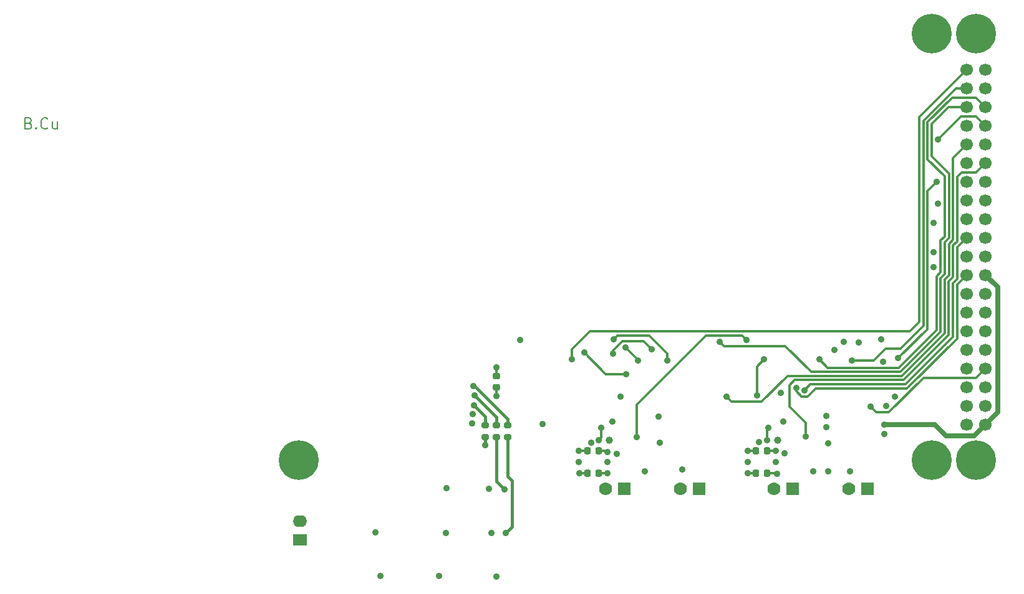
<source format=gbr>
%TF.GenerationSoftware,KiCad,Pcbnew,8.0.3-8.0.3-0~ubuntu22.04.1*%
%TF.CreationDate,2024-07-14T14:24:35-07:00*%
%TF.ProjectId,NX-IndicatorBoard,4e582d49-6e64-4696-9361-746f72426f61,2*%
%TF.SameCoordinates,Original*%
%TF.FileFunction,Copper,L4,Bot*%
%TF.FilePolarity,Positive*%
%FSLAX46Y46*%
G04 Gerber Fmt 4.6, Leading zero omitted, Abs format (unit mm)*
G04 Created by KiCad (PCBNEW 8.0.3-8.0.3-0~ubuntu22.04.1) date 2024-07-14 14:24:35*
%MOMM*%
%LPD*%
G01*
G04 APERTURE LIST*
G04 Aperture macros list*
%AMRoundRect*
0 Rectangle with rounded corners*
0 $1 Rounding radius*
0 $2 $3 $4 $5 $6 $7 $8 $9 X,Y pos of 4 corners*
0 Add a 4 corners polygon primitive as box body*
4,1,4,$2,$3,$4,$5,$6,$7,$8,$9,$2,$3,0*
0 Add four circle primitives for the rounded corners*
1,1,$1+$1,$2,$3*
1,1,$1+$1,$4,$5*
1,1,$1+$1,$6,$7*
1,1,$1+$1,$8,$9*
0 Add four rect primitives between the rounded corners*
20,1,$1+$1,$2,$3,$4,$5,0*
20,1,$1+$1,$4,$5,$6,$7,0*
20,1,$1+$1,$6,$7,$8,$9,0*
20,1,$1+$1,$8,$9,$2,$3,0*%
G04 Aperture macros list end*
%ADD10C,0.187500*%
%TA.AperFunction,NonConductor*%
%ADD11C,0.187500*%
%TD*%
%TA.AperFunction,ComponentPad*%
%ADD12C,1.000000*%
%TD*%
%TA.AperFunction,ComponentPad*%
%ADD13C,1.700000*%
%TD*%
%TA.AperFunction,ComponentPad*%
%ADD14R,1.778000X1.778000*%
%TD*%
%TA.AperFunction,ComponentPad*%
%ADD15C,1.778000*%
%TD*%
%TA.AperFunction,ComponentPad*%
%ADD16C,5.400000*%
%TD*%
%TA.AperFunction,SMDPad,CuDef*%
%ADD17RoundRect,0.225000X-0.225000X-0.250000X0.225000X-0.250000X0.225000X0.250000X-0.225000X0.250000X0*%
%TD*%
%TA.AperFunction,ComponentPad*%
%ADD18R,1.905000X1.600200*%
%TD*%
%TA.AperFunction,ComponentPad*%
%ADD19O,1.905000X1.600200*%
%TD*%
%TA.AperFunction,SMDPad,CuDef*%
%ADD20RoundRect,0.200000X0.275000X-0.200000X0.275000X0.200000X-0.275000X0.200000X-0.275000X-0.200000X0*%
%TD*%
%TA.AperFunction,SMDPad,CuDef*%
%ADD21RoundRect,0.225000X0.250000X-0.225000X0.250000X0.225000X-0.250000X0.225000X-0.250000X-0.225000X0*%
%TD*%
%TA.AperFunction,ViaPad*%
%ADD22C,0.889000*%
%TD*%
%TA.AperFunction,Conductor*%
%ADD23C,0.304800*%
%TD*%
%TA.AperFunction,Conductor*%
%ADD24C,0.635000*%
%TD*%
%TA.AperFunction,Conductor*%
%ADD25C,0.381000*%
%TD*%
G04 APERTURE END LIST*
D10*
D11*
X29377697Y-63155964D02*
X29591983Y-63227392D01*
X29591983Y-63227392D02*
X29663412Y-63298821D01*
X29663412Y-63298821D02*
X29734840Y-63441678D01*
X29734840Y-63441678D02*
X29734840Y-63655964D01*
X29734840Y-63655964D02*
X29663412Y-63798821D01*
X29663412Y-63798821D02*
X29591983Y-63870250D01*
X29591983Y-63870250D02*
X29449126Y-63941678D01*
X29449126Y-63941678D02*
X28877697Y-63941678D01*
X28877697Y-63941678D02*
X28877697Y-62441678D01*
X28877697Y-62441678D02*
X29377697Y-62441678D01*
X29377697Y-62441678D02*
X29520555Y-62513107D01*
X29520555Y-62513107D02*
X29591983Y-62584535D01*
X29591983Y-62584535D02*
X29663412Y-62727392D01*
X29663412Y-62727392D02*
X29663412Y-62870250D01*
X29663412Y-62870250D02*
X29591983Y-63013107D01*
X29591983Y-63013107D02*
X29520555Y-63084535D01*
X29520555Y-63084535D02*
X29377697Y-63155964D01*
X29377697Y-63155964D02*
X28877697Y-63155964D01*
X30377697Y-63798821D02*
X30449126Y-63870250D01*
X30449126Y-63870250D02*
X30377697Y-63941678D01*
X30377697Y-63941678D02*
X30306269Y-63870250D01*
X30306269Y-63870250D02*
X30377697Y-63798821D01*
X30377697Y-63798821D02*
X30377697Y-63941678D01*
X31949126Y-63798821D02*
X31877698Y-63870250D01*
X31877698Y-63870250D02*
X31663412Y-63941678D01*
X31663412Y-63941678D02*
X31520555Y-63941678D01*
X31520555Y-63941678D02*
X31306269Y-63870250D01*
X31306269Y-63870250D02*
X31163412Y-63727392D01*
X31163412Y-63727392D02*
X31091983Y-63584535D01*
X31091983Y-63584535D02*
X31020555Y-63298821D01*
X31020555Y-63298821D02*
X31020555Y-63084535D01*
X31020555Y-63084535D02*
X31091983Y-62798821D01*
X31091983Y-62798821D02*
X31163412Y-62655964D01*
X31163412Y-62655964D02*
X31306269Y-62513107D01*
X31306269Y-62513107D02*
X31520555Y-62441678D01*
X31520555Y-62441678D02*
X31663412Y-62441678D01*
X31663412Y-62441678D02*
X31877698Y-62513107D01*
X31877698Y-62513107D02*
X31949126Y-62584535D01*
X33234841Y-62941678D02*
X33234841Y-63941678D01*
X32591983Y-62941678D02*
X32591983Y-63727392D01*
X32591983Y-63727392D02*
X32663412Y-63870250D01*
X32663412Y-63870250D02*
X32806269Y-63941678D01*
X32806269Y-63941678D02*
X33020555Y-63941678D01*
X33020555Y-63941678D02*
X33163412Y-63870250D01*
X33163412Y-63870250D02*
X33234841Y-63798821D01*
D12*
%TO.P,TP1,1,1*%
%TO.N,Net-(U2-CLKO{slash}SOF)*%
X108204000Y-106299000D03*
%TD*%
D13*
%TO.P,J1,1,Pin_1*%
%TO.N,+3V3*%
X159270000Y-104130000D03*
%TO.P,J1,2,Pin_2*%
%TO.N,+5V*%
X156730000Y-104130000D03*
%TO.P,J1,3,Pin_3*%
%TO.N,/I2C1_SDA*%
X159270000Y-101590000D03*
%TO.P,J1,4,Pin_4*%
%TO.N,+5V*%
X156730000Y-101590000D03*
%TO.P,J1,5,Pin_5*%
%TO.N,/I2C1_SCL*%
X159270000Y-99050000D03*
%TO.P,J1,6,Pin_6*%
%TO.N,GND*%
X156730000Y-99050000D03*
%TO.P,J1,7,Pin_7*%
%TO.N,/GPIO09*%
X159270000Y-96510000D03*
%TO.P,J1,8,Pin_8*%
%TO.N,/UART1_TXD*%
X156730000Y-96510000D03*
%TO.P,J1,9,Pin_9*%
%TO.N,GND*%
X159270000Y-93970000D03*
%TO.P,J1,10,Pin_10*%
%TO.N,/UART1_RXD*%
X156730000Y-93970000D03*
%TO.P,J1,11,Pin_11*%
%TO.N,/UART1_RTS*%
X159270000Y-91430000D03*
%TO.P,J1,12,Pin_12*%
%TO.N,/I2S0_SCLK*%
X156730000Y-91430000D03*
%TO.P,J1,13,Pin_13*%
%TO.N,/SPI1_SCK*%
X159270000Y-88890000D03*
%TO.P,J1,14,Pin_14*%
%TO.N,GND*%
X156730000Y-88890000D03*
%TO.P,J1,15,Pin_15*%
%TO.N,/GPIO12*%
X159270000Y-86350000D03*
%TO.P,J1,16,Pin_16*%
%TO.N,/SPI1_CS1*%
X156730000Y-86350000D03*
%TO.P,J1,17,Pin_17*%
%TO.N,+3V3*%
X159270000Y-83810000D03*
%TO.P,J1,18,Pin_18*%
%TO.N,/SPI1_CS0*%
X156730000Y-83810000D03*
%TO.P,J1,19,Pin_19*%
%TO.N,/SPI0_MOSI*%
X159270000Y-81270000D03*
%TO.P,J1,20,Pin_20*%
%TO.N,GND*%
X156730000Y-81270000D03*
%TO.P,J1,21,Pin_21*%
%TO.N,/SPI0_MISO*%
X159270000Y-78730000D03*
%TO.P,J1,22,Pin_22*%
%TO.N,/SPI1_MISO*%
X156730000Y-78730000D03*
%TO.P,J1,23,Pin_23*%
%TO.N,/SPI0_SCK*%
X159270000Y-76190000D03*
%TO.P,J1,24,Pin_24*%
%TO.N,/SPI0_CS0*%
X156730000Y-76190000D03*
%TO.P,J1,25,Pin_25*%
%TO.N,GND*%
X159270000Y-73650000D03*
%TO.P,J1,26,Pin_26*%
%TO.N,/SPI0_CS1*%
X156730000Y-73650000D03*
%TO.P,J1,27,Pin_27*%
%TO.N,/I2C0_SDA*%
X159270000Y-71110000D03*
%TO.P,J1,28,Pin_28*%
%TO.N,/I2C0_SCL*%
X156730000Y-71110000D03*
%TO.P,J1,29,Pin_29*%
%TO.N,/GPIO01*%
X159270000Y-68570000D03*
%TO.P,J1,30,Pin_30*%
%TO.N,GND*%
X156730000Y-68570000D03*
%TO.P,J1,31,Pin_31*%
%TO.N,/GPIO11*%
X159270000Y-66030000D03*
%TO.P,J1,32,Pin_32*%
%TO.N,/GPIO07*%
X156730000Y-66030000D03*
%TO.P,J1,33,Pin_33*%
%TO.N,/GPIO13*%
X159270000Y-63490000D03*
%TO.P,J1,34,Pin_34*%
%TO.N,GND*%
X156730000Y-63490000D03*
%TO.P,J1,35,Pin_35*%
%TO.N,/I2S0_FS*%
X159270000Y-60950000D03*
%TO.P,J1,36,Pin_36*%
%TO.N,/UART1_CTS*%
X156730000Y-60950000D03*
%TO.P,J1,37,Pin_37*%
%TO.N,/SPI1_MOSI*%
X159270000Y-58410000D03*
%TO.P,J1,38,Pin_38*%
%TO.N,/I2S0_DIN*%
X156730000Y-58410000D03*
%TO.P,J1,39,Pin_39*%
%TO.N,GND*%
X159270000Y-55870000D03*
%TO.P,J1,40,Pin_40*%
%TO.N,/I2S0_DOUT*%
X156730000Y-55870000D03*
%TD*%
D14*
%TO.P,J2,1,Pin_1*%
%TO.N,/CAN1_L*%
X110236000Y-112903000D03*
D15*
%TO.P,J2,2,Pin_2*%
%TO.N,/CAN1_H*%
X107696000Y-112903000D03*
%TD*%
D12*
%TO.P,TP2,1,1*%
%TO.N,Net-(U3-CLKO{slash}SOF)*%
X131064000Y-106299000D03*
%TD*%
D16*
%TO.P,H2,1*%
%TO.N,N/C*%
X158000000Y-51000000D03*
%TD*%
D14*
%TO.P,J5,1,Pin_1*%
%TO.N,/CAN2_L*%
X143230600Y-112903000D03*
D15*
%TO.P,J5,2,Pin_2*%
%TO.N,/CAN2_H*%
X140690600Y-112903000D03*
%TD*%
D16*
%TO.P,H1,1*%
%TO.N,N/C*%
X152000000Y-51000000D03*
%TD*%
%TO.P,H4,1*%
%TO.N,N/C*%
X152000000Y-109000000D03*
%TD*%
%TO.P,H3,1*%
%TO.N,N/C*%
X66000000Y-109000000D03*
%TD*%
%TO.P,H5,1*%
%TO.N,N/C*%
X158000000Y-109000000D03*
%TD*%
D14*
%TO.P,J3,1,Pin_1*%
%TO.N,/CAN1_L*%
X120396000Y-112903000D03*
D15*
%TO.P,J3,2,Pin_2*%
%TO.N,/CAN1_H*%
X117856000Y-112903000D03*
%TD*%
D14*
%TO.P,J4,1,Pin_1*%
%TO.N,/CAN2_L*%
X133096000Y-112903000D03*
D15*
%TO.P,J4,2,Pin_2*%
%TO.N,/CAN2_H*%
X130556000Y-112903000D03*
%TD*%
D17*
%TO.P,C7,1*%
%TO.N,+5V*%
X105219200Y-107746800D03*
%TO.P,C7,2*%
%TO.N,GND*%
X106769200Y-107746800D03*
%TD*%
D18*
%TO.P,J6,1,Pin_1*%
%TO.N,/NX_PC_LED-*%
X66217800Y-119786400D03*
D19*
%TO.P,J6,2,Pin_2*%
%TO.N,/NX_PC_LED+*%
X66217800Y-117246400D03*
%TD*%
D20*
%TO.P,R8,1*%
%TO.N,Net-(D5-A)*%
X91338400Y-105854000D03*
%TO.P,R8,2*%
%TO.N,Net-(U1-B0)*%
X91338400Y-104204000D03*
%TD*%
D17*
%TO.P,C6,1*%
%TO.N,+5V*%
X128079200Y-107746800D03*
%TO.P,C6,2*%
%TO.N,GND*%
X129629200Y-107746800D03*
%TD*%
%TO.P,C9,1*%
%TO.N,+3V3*%
X105219200Y-110794800D03*
%TO.P,C9,2*%
%TO.N,GND*%
X106769200Y-110794800D03*
%TD*%
D20*
%TO.P,R6,1*%
%TO.N,Net-(D11-A)*%
X94386400Y-105854000D03*
%TO.P,R6,2*%
%TO.N,Net-(U1-B2)*%
X94386400Y-104204000D03*
%TD*%
D21*
%TO.P,C5,1*%
%TO.N,+3V3*%
X92862400Y-99073000D03*
%TO.P,C5,2*%
%TO.N,GND*%
X92862400Y-97523000D03*
%TD*%
D17*
%TO.P,C8,1*%
%TO.N,+3V3*%
X128079200Y-110794800D03*
%TO.P,C8,2*%
%TO.N,GND*%
X129629200Y-110794800D03*
%TD*%
D20*
%TO.P,R7,1*%
%TO.N,Net-(D8-A)*%
X92862400Y-105854000D03*
%TO.P,R7,2*%
%TO.N,Net-(U1-B1)*%
X92862400Y-104204000D03*
%TD*%
D22*
%TO.N,+3V3*%
X137922000Y-106680000D03*
X104140000Y-110744000D03*
X145542000Y-105410000D03*
X131470400Y-99820428D03*
X109169200Y-108127800D03*
X109677200Y-100355400D03*
X92862400Y-100253800D03*
X145542000Y-104140000D03*
X131953000Y-108077000D03*
X89585800Y-104013000D03*
X126974600Y-110794800D03*
X115062000Y-106629200D03*
%TO.N,GND*%
X89636600Y-102743000D03*
X92202000Y-118897400D03*
X118110000Y-110286800D03*
X130759200Y-109220000D03*
X130784600Y-107721400D03*
X114884200Y-103047800D03*
X92887800Y-124815600D03*
X107899200Y-109194600D03*
X76428600Y-118770400D03*
X113030000Y-110515400D03*
X135890000Y-110490000D03*
X107924600Y-107848400D03*
X137668000Y-104521000D03*
X86106000Y-112826800D03*
X137668000Y-102997000D03*
X108610400Y-103697600D03*
X77139800Y-124688600D03*
X91833764Y-112877600D03*
X107924600Y-110794800D03*
X92862400Y-96367600D03*
X140868400Y-110490000D03*
X104063800Y-109220000D03*
X85979000Y-118897400D03*
X96113600Y-92608400D03*
X131851400Y-103697600D03*
X126949200Y-109220000D03*
X130962400Y-110820200D03*
X85039200Y-124688600D03*
X99110800Y-104038400D03*
X137922000Y-110490000D03*
%TO.N,+5V*%
X126949200Y-107696000D03*
X105695540Y-106599768D03*
X104063800Y-107746800D03*
X128524000Y-106553000D03*
%TO.N,Net-(D11-A)*%
X94132400Y-118922800D03*
%TO.N,Net-(D5-A)*%
X91338400Y-106984800D03*
%TO.N,Net-(D8-A)*%
X93954600Y-112928400D03*
%TO.N,/GPIO09*%
X111884613Y-105838916D03*
X126837460Y-92608400D03*
X143662400Y-101701600D03*
%TO.N,/UART1_TXD*%
X138756424Y-94034576D03*
%TO.N,/UART1_RXD*%
X140030200Y-92887800D03*
%TO.N,/UART1_RTS*%
X142087600Y-93006164D03*
X108712000Y-94488000D03*
X113919000Y-93878400D03*
%TO.N,/I2S0_SCLK*%
X110358222Y-93645022D03*
X112090200Y-95453200D03*
X145110200Y-92532200D03*
%TO.N,/GPIO12*%
X129184400Y-95288100D03*
X128232760Y-100190300D03*
%TO.N,/SPI0_MOSI*%
X152234900Y-82727800D03*
%TO.N,/SPI0_MISO*%
X152234900Y-80721200D03*
%TO.N,/SPI1_MISO*%
X134654054Y-99496128D03*
%TO.N,/SPI0_SCK*%
X152815700Y-74076667D03*
%TO.N,/SPI1_CS0*%
X133550159Y-99199700D03*
%TO.N,/GPIO01*%
X134902006Y-105740633D03*
%TO.N,/GPIO11*%
X152679400Y-71120000D03*
X147400978Y-95127778D03*
X146964400Y-100317300D03*
%TO.N,/GPIO07*%
X124129800Y-100342700D03*
%TO.N,/GPIO13*%
X145364200Y-95567500D03*
X145745200Y-101612700D03*
X152793700Y-65354200D03*
%TO.N,/I2S0_FS*%
X104805988Y-94341188D03*
X110464600Y-97256600D03*
X136696450Y-95262700D03*
%TO.N,/UART1_CTS*%
X123190000Y-92887800D03*
%TO.N,/I2S0_DIN*%
X108762800Y-92557600D03*
X116027200Y-95427800D03*
X141097000Y-95427800D03*
%TO.N,/I2S0_DOUT*%
X103149400Y-95224600D03*
%TO.N,/SPI0_CS0*%
X152234900Y-76733400D03*
%TO.N,Net-(U1-B2)*%
X89763600Y-98907600D03*
%TO.N,Net-(U1-B1)*%
X89890600Y-100152200D03*
%TO.N,Net-(U1-B0)*%
X89789000Y-101498400D03*
%TO.N,/SPI-CAN-FD1/CANTX*%
X106781600Y-106243500D03*
X107111800Y-104541700D03*
%TO.N,/SPI-CAN-FD2/CANTX*%
X129624300Y-106243500D03*
X129743200Y-104541700D03*
%TD*%
D23*
%TO.N,+3V3*%
X104140000Y-110744000D02*
X105168400Y-110744000D01*
X92862400Y-99073000D02*
X92862400Y-100253800D01*
D24*
X157736000Y-105664000D02*
X153924000Y-105664000D01*
X159270000Y-104130000D02*
X157736000Y-105664000D01*
X160909000Y-102491000D02*
X160909000Y-85449000D01*
X160909000Y-85449000D02*
X159270000Y-83810000D01*
X159270000Y-104130000D02*
X160909000Y-102491000D01*
D23*
X105168400Y-110744000D02*
X105219200Y-110794800D01*
X128079200Y-110794800D02*
X126974600Y-110794800D01*
D24*
X153924000Y-105664000D02*
X152400000Y-104140000D01*
X152400000Y-104140000D02*
X145542000Y-104140000D01*
D23*
%TO.N,GND*%
X107823000Y-107746800D02*
X107924600Y-107848400D01*
X106769200Y-110794800D02*
X107924600Y-110794800D01*
X130759200Y-107746800D02*
X130784600Y-107721400D01*
X129629200Y-110794800D02*
X130937000Y-110794800D01*
X106769200Y-107746800D02*
X107823000Y-107746800D01*
X129629200Y-107746800D02*
X130759200Y-107746800D01*
X92862400Y-97523000D02*
X92862400Y-96367600D01*
X130937000Y-110794800D02*
X130962400Y-110820200D01*
%TO.N,+5V*%
X128079200Y-107746800D02*
X127000000Y-107746800D01*
X105219200Y-107746800D02*
X104063800Y-107746800D01*
X127000000Y-107746800D02*
X126949200Y-107696000D01*
D25*
%TO.N,Net-(D11-A)*%
X94386400Y-111150400D02*
X94386400Y-105854000D01*
X95021400Y-111785400D02*
X94386400Y-111150400D01*
X95021400Y-118033800D02*
X95021400Y-111785400D01*
X94132400Y-118922800D02*
X95021400Y-118033800D01*
%TO.N,Net-(D5-A)*%
X91338400Y-105854000D02*
X91338400Y-106984800D01*
%TO.N,Net-(D8-A)*%
X92862400Y-111836200D02*
X92862400Y-105854000D01*
X93954600Y-112928400D02*
X92862400Y-111836200D01*
D23*
%TO.N,/GPIO09*%
X121314464Y-92020136D02*
X111884613Y-101449987D01*
X143662400Y-101701600D02*
X144424400Y-102463600D01*
X111884613Y-101449987D02*
X111884613Y-105838916D01*
X144424400Y-102463600D02*
X146157325Y-102463600D01*
X126837460Y-92608400D02*
X126249196Y-92020136D01*
X126249196Y-92020136D02*
X121314464Y-92020136D01*
X146157325Y-102463600D02*
X150854525Y-97766400D01*
X158013600Y-97766400D02*
X159270000Y-96510000D01*
X150854525Y-97766400D02*
X158013600Y-97766400D01*
%TO.N,/UART1_RTS*%
X109999478Y-92794122D02*
X112834722Y-92794122D01*
X112834722Y-92794122D02*
X113919000Y-93878400D01*
X108712000Y-94488000D02*
X108712000Y-94081600D01*
X108712000Y-94081600D02*
X109999478Y-92794122D01*
%TO.N,/I2S0_SCLK*%
X112090200Y-95377000D02*
X110358222Y-93645022D01*
X112090200Y-95453200D02*
X112090200Y-95377000D01*
%TO.N,/GPIO12*%
X128232760Y-96239740D02*
X128232760Y-100190300D01*
X129184400Y-95288100D02*
X128232760Y-96239740D01*
%TO.N,/SPI1_MISO*%
X155422600Y-80037400D02*
X156730000Y-78730000D01*
X154838400Y-92202000D02*
X154838400Y-84911337D01*
X155422600Y-84327137D02*
X155422600Y-80037400D01*
X148386800Y-98653600D02*
X154838400Y-92202000D01*
X154838400Y-84911337D02*
X155422600Y-84327137D01*
X135496582Y-98653600D02*
X148386800Y-98653600D01*
X134654054Y-99496128D02*
X135496582Y-98653600D01*
%TO.N,/SPI1_CS0*%
X133550159Y-99199700D02*
X133550159Y-99595588D01*
X148618262Y-99212400D02*
X148945600Y-98885062D01*
X136220200Y-99212400D02*
X148618262Y-99212400D01*
X155397200Y-92433463D02*
X155397200Y-85142800D01*
X148945601Y-98885062D02*
X155397200Y-92433463D01*
X135085572Y-100347028D02*
X136220200Y-99212400D01*
X133550159Y-99595588D02*
X134301599Y-100347028D01*
X134301599Y-100347028D02*
X135085572Y-100347028D01*
X148945600Y-98885062D02*
X148945601Y-98885062D01*
X155397200Y-85142800D02*
X156730000Y-83810000D01*
%TO.N,/GPIO01*%
X154863800Y-79805937D02*
X155422600Y-79247137D01*
X155422600Y-70459600D02*
X156055800Y-69826400D01*
X158013600Y-69826400D02*
X159270000Y-68570000D01*
X132664200Y-98806000D02*
X133375400Y-98094800D01*
X154279600Y-91970538D02*
X154279600Y-84679874D01*
X148155338Y-98094800D02*
X154279600Y-91970538D01*
X132664200Y-101660355D02*
X132664200Y-98806000D01*
X154279600Y-84679874D02*
X154863800Y-84095674D01*
X154863800Y-84095674D02*
X154863800Y-79805937D01*
X134902006Y-103898161D02*
X132664200Y-101660355D01*
X133375400Y-98094800D02*
X148155338Y-98094800D01*
X134902006Y-105740633D02*
X134902006Y-103898161D01*
X155422600Y-79247137D02*
X155422600Y-70459600D01*
X156055800Y-69826400D02*
X158013600Y-69826400D01*
%TO.N,/GPIO11*%
X147416822Y-95127778D02*
X147400978Y-95127778D01*
X151384000Y-91160600D02*
X147416822Y-95127778D01*
X152679400Y-71120000D02*
X151384000Y-72415400D01*
X151384000Y-72415400D02*
X151384000Y-91160600D01*
%TO.N,/GPIO07*%
X124129800Y-100342700D02*
X124828300Y-101041200D01*
X154863800Y-79015674D02*
X154863800Y-67896200D01*
X128882797Y-101041200D02*
X132387997Y-97536000D01*
X124828300Y-101041200D02*
X128882797Y-101041200D01*
X132387997Y-97536000D02*
X147923876Y-97536000D01*
X153720800Y-84448411D02*
X154305000Y-83864211D01*
X153720800Y-91739076D02*
X153720800Y-84448411D01*
X154305000Y-83864211D02*
X154305000Y-79574474D01*
X147923876Y-97536000D02*
X153720800Y-91739076D01*
X154305000Y-79574474D02*
X154863800Y-79015674D01*
X154863800Y-67896200D02*
X156730000Y-66030000D01*
%TO.N,/GPIO13*%
X158013600Y-62233600D02*
X159270000Y-63490000D01*
X152793700Y-65354200D02*
X155914300Y-62233600D01*
X155914300Y-62233600D02*
X158013600Y-62233600D01*
%TO.N,/I2S0_FS*%
X137852150Y-96418400D02*
X147460952Y-96418400D01*
X104805988Y-94366588D02*
X104805988Y-94341188D01*
X151384000Y-68046600D02*
X151384000Y-63042800D01*
X151384000Y-63042800D02*
X154733200Y-59693600D01*
X107696000Y-97256600D02*
X104805988Y-94366588D01*
X136696450Y-95262700D02*
X137852150Y-96418400D01*
X153187400Y-83401285D02*
X153187400Y-79111548D01*
X152603200Y-91276152D02*
X152603200Y-83985485D01*
X147460952Y-96418400D02*
X152603200Y-91276152D01*
X153187400Y-79111548D02*
X153746200Y-78552748D01*
X154733200Y-59693600D02*
X158013600Y-59693600D01*
X158013600Y-59693600D02*
X159270000Y-60950000D01*
X153746200Y-78552748D02*
X153746200Y-70408800D01*
X110464600Y-97256600D02*
X107696000Y-97256600D01*
X152603200Y-83985485D02*
X153187400Y-83401285D01*
X153746200Y-70408800D02*
X151384000Y-68046600D01*
%TO.N,/UART1_CTS*%
X151942800Y-67640200D02*
X154305000Y-70002400D01*
X147692414Y-96977200D02*
X135585200Y-96977200D01*
X154305000Y-78784211D02*
X153746200Y-79343011D01*
X135585200Y-96977200D02*
X132067300Y-93459300D01*
X153162000Y-84216948D02*
X153162000Y-91507614D01*
X153746200Y-79343011D02*
X153746200Y-83632748D01*
X153746200Y-83632748D02*
X153162000Y-84216948D01*
X153162000Y-91507614D02*
X147692414Y-96977200D01*
X132067300Y-93459300D02*
X123761500Y-93459300D01*
X123761500Y-93459300D02*
X123190000Y-92887800D01*
X156730000Y-60950000D02*
X154267062Y-60950000D01*
X154267062Y-60950000D02*
X151942800Y-63274262D01*
X154305000Y-70002400D02*
X154305000Y-78784211D01*
X151942800Y-63274262D02*
X151942800Y-67640200D01*
%TO.N,/I2S0_DIN*%
X155226537Y-58410000D02*
X156730000Y-58410000D01*
X108762800Y-92557600D02*
X109300264Y-92020136D01*
X141097000Y-95427800D02*
X144094200Y-95427800D01*
X150825200Y-62811337D02*
X155226537Y-58410000D01*
X145719800Y-93802200D02*
X147754663Y-93802200D01*
X113584736Y-92020136D02*
X116027200Y-94462600D01*
X109300264Y-92020136D02*
X113584736Y-92020136D01*
X150825200Y-90731663D02*
X150825200Y-62811337D01*
X147754663Y-93802200D02*
X150825200Y-90731663D01*
X144094200Y-95427800D02*
X145719800Y-93802200D01*
X116027200Y-94462600D02*
X116027200Y-95427800D01*
%TO.N,/I2S0_DOUT*%
X156730000Y-55870000D02*
X150266400Y-62333600D01*
X105585995Y-91465400D02*
X103149400Y-93901995D01*
X149018938Y-91465400D02*
X105585995Y-91465400D01*
X103149400Y-93901995D02*
X103149400Y-95224600D01*
X150266400Y-62333600D02*
X150266400Y-90217938D01*
X150266400Y-90217938D02*
X149018938Y-91465400D01*
D25*
%TO.N,Net-(U1-B2)*%
X89903236Y-98907600D02*
X94386400Y-103390764D01*
X89763600Y-98907600D02*
X89903236Y-98907600D01*
X94386400Y-103390764D02*
X94386400Y-104204000D01*
%TO.N,Net-(U1-B1)*%
X92862400Y-103124000D02*
X92862400Y-104204000D01*
X89890600Y-100152200D02*
X92862400Y-103124000D01*
%TO.N,Net-(U1-B0)*%
X91338400Y-103047800D02*
X89789000Y-101498400D01*
X91338400Y-104204000D02*
X91338400Y-103047800D01*
D23*
%TO.N,/SPI-CAN-FD1/CANTX*%
X106781600Y-106243500D02*
X107111800Y-105913300D01*
X107111800Y-105913300D02*
X107111800Y-104541700D01*
%TO.N,/SPI-CAN-FD2/CANTX*%
X129624300Y-106243500D02*
X129624300Y-104660600D01*
X129624300Y-104660600D02*
X129743200Y-104541700D01*
%TD*%
M02*

</source>
